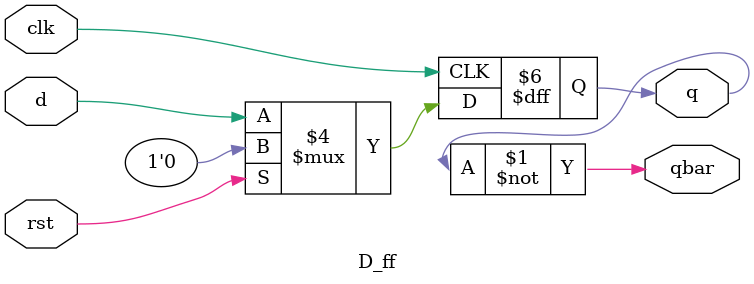
<source format=v>
module D_ff(rst,clk,d,q,qbar);
	input rst,clk,d;
	output reg q;
	output qbar;

	assign qbar = ~q;

	always@(posedge clk) begin
	if(rst)
		q <= 0;
	else
		q <= d;
	end
endmodule

</source>
